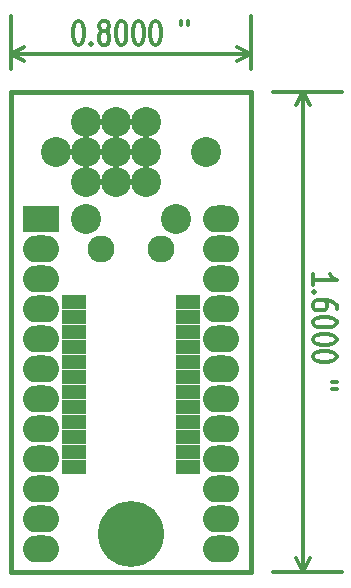
<source format=gts>
G04 (created by PCBNEW-RS274X (2010-05-05 BZR 2356)-stable) date 12/18/10 15:02:47*
G01*
G70*
G90*
%MOIN*%
G04 Gerber Fmt 3.4, Leading zero omitted, Abs format*
%FSLAX34Y34*%
G04 APERTURE LIST*
%ADD10C,0.005000*%
%ADD11C,0.012000*%
%ADD12C,0.015000*%
%ADD13R,0.080000X0.050000*%
%ADD14C,0.100000*%
%ADD15O,0.120000X0.090000*%
%ADD16R,0.120000X0.090000*%
%ADD17C,0.090000*%
%ADD18C,0.220000*%
G04 APERTURE END LIST*
G54D10*
G54D11*
X20065Y-16430D02*
X20065Y-16087D01*
X20065Y-16259D02*
X20865Y-16259D01*
X20751Y-16202D01*
X20675Y-16144D01*
X20637Y-16087D01*
X20141Y-16687D02*
X20103Y-16715D01*
X20065Y-16687D01*
X20103Y-16658D01*
X20141Y-16687D01*
X20065Y-16687D01*
X20865Y-17230D02*
X20865Y-17116D01*
X20827Y-17059D01*
X20789Y-17030D01*
X20675Y-16973D01*
X20522Y-16944D01*
X20218Y-16944D01*
X20141Y-16973D01*
X20103Y-17001D01*
X20065Y-17059D01*
X20065Y-17173D01*
X20103Y-17230D01*
X20141Y-17259D01*
X20218Y-17287D01*
X20408Y-17287D01*
X20484Y-17259D01*
X20522Y-17230D01*
X20560Y-17173D01*
X20560Y-17059D01*
X20522Y-17001D01*
X20484Y-16973D01*
X20408Y-16944D01*
X20865Y-17658D02*
X20865Y-17715D01*
X20827Y-17772D01*
X20789Y-17801D01*
X20713Y-17830D01*
X20560Y-17858D01*
X20370Y-17858D01*
X20218Y-17830D01*
X20141Y-17801D01*
X20103Y-17772D01*
X20065Y-17715D01*
X20065Y-17658D01*
X20103Y-17601D01*
X20141Y-17572D01*
X20218Y-17544D01*
X20370Y-17515D01*
X20560Y-17515D01*
X20713Y-17544D01*
X20789Y-17572D01*
X20827Y-17601D01*
X20865Y-17658D01*
X20865Y-18229D02*
X20865Y-18286D01*
X20827Y-18343D01*
X20789Y-18372D01*
X20713Y-18401D01*
X20560Y-18429D01*
X20370Y-18429D01*
X20218Y-18401D01*
X20141Y-18372D01*
X20103Y-18343D01*
X20065Y-18286D01*
X20065Y-18229D01*
X20103Y-18172D01*
X20141Y-18143D01*
X20218Y-18115D01*
X20370Y-18086D01*
X20560Y-18086D01*
X20713Y-18115D01*
X20789Y-18143D01*
X20827Y-18172D01*
X20865Y-18229D01*
X20865Y-18800D02*
X20865Y-18857D01*
X20827Y-18914D01*
X20789Y-18943D01*
X20713Y-18972D01*
X20560Y-19000D01*
X20370Y-19000D01*
X20218Y-18972D01*
X20141Y-18943D01*
X20103Y-18914D01*
X20065Y-18857D01*
X20065Y-18800D01*
X20103Y-18743D01*
X20141Y-18714D01*
X20218Y-18686D01*
X20370Y-18657D01*
X20560Y-18657D01*
X20713Y-18686D01*
X20789Y-18714D01*
X20827Y-18743D01*
X20865Y-18800D01*
X20865Y-19685D02*
X20713Y-19685D01*
X20865Y-19914D02*
X20713Y-19914D01*
X19749Y-10000D02*
X19749Y-26000D01*
X18750Y-10000D02*
X21029Y-10000D01*
X18750Y-26000D02*
X21029Y-26000D01*
X19749Y-26000D02*
X19519Y-25557D01*
X19749Y-26000D02*
X19979Y-25557D01*
X19749Y-10000D02*
X19519Y-10443D01*
X19749Y-10000D02*
X19979Y-10443D01*
X12230Y-07635D02*
X12287Y-07635D01*
X12344Y-07673D01*
X12373Y-07711D01*
X12402Y-07787D01*
X12430Y-07940D01*
X12430Y-08130D01*
X12402Y-08282D01*
X12373Y-08359D01*
X12344Y-08397D01*
X12287Y-08435D01*
X12230Y-08435D01*
X12173Y-08397D01*
X12144Y-08359D01*
X12116Y-08282D01*
X12087Y-08130D01*
X12087Y-07940D01*
X12116Y-07787D01*
X12144Y-07711D01*
X12173Y-07673D01*
X12230Y-07635D01*
X12687Y-08359D02*
X12715Y-08397D01*
X12687Y-08435D01*
X12658Y-08397D01*
X12687Y-08359D01*
X12687Y-08435D01*
X13059Y-07978D02*
X13001Y-07940D01*
X12973Y-07901D01*
X12944Y-07825D01*
X12944Y-07787D01*
X12973Y-07711D01*
X13001Y-07673D01*
X13059Y-07635D01*
X13173Y-07635D01*
X13230Y-07673D01*
X13259Y-07711D01*
X13287Y-07787D01*
X13287Y-07825D01*
X13259Y-07901D01*
X13230Y-07940D01*
X13173Y-07978D01*
X13059Y-07978D01*
X13001Y-08016D01*
X12973Y-08054D01*
X12944Y-08130D01*
X12944Y-08282D01*
X12973Y-08359D01*
X13001Y-08397D01*
X13059Y-08435D01*
X13173Y-08435D01*
X13230Y-08397D01*
X13259Y-08359D01*
X13287Y-08282D01*
X13287Y-08130D01*
X13259Y-08054D01*
X13230Y-08016D01*
X13173Y-07978D01*
X13658Y-07635D02*
X13715Y-07635D01*
X13772Y-07673D01*
X13801Y-07711D01*
X13830Y-07787D01*
X13858Y-07940D01*
X13858Y-08130D01*
X13830Y-08282D01*
X13801Y-08359D01*
X13772Y-08397D01*
X13715Y-08435D01*
X13658Y-08435D01*
X13601Y-08397D01*
X13572Y-08359D01*
X13544Y-08282D01*
X13515Y-08130D01*
X13515Y-07940D01*
X13544Y-07787D01*
X13572Y-07711D01*
X13601Y-07673D01*
X13658Y-07635D01*
X14229Y-07635D02*
X14286Y-07635D01*
X14343Y-07673D01*
X14372Y-07711D01*
X14401Y-07787D01*
X14429Y-07940D01*
X14429Y-08130D01*
X14401Y-08282D01*
X14372Y-08359D01*
X14343Y-08397D01*
X14286Y-08435D01*
X14229Y-08435D01*
X14172Y-08397D01*
X14143Y-08359D01*
X14115Y-08282D01*
X14086Y-08130D01*
X14086Y-07940D01*
X14115Y-07787D01*
X14143Y-07711D01*
X14172Y-07673D01*
X14229Y-07635D01*
X14800Y-07635D02*
X14857Y-07635D01*
X14914Y-07673D01*
X14943Y-07711D01*
X14972Y-07787D01*
X15000Y-07940D01*
X15000Y-08130D01*
X14972Y-08282D01*
X14943Y-08359D01*
X14914Y-08397D01*
X14857Y-08435D01*
X14800Y-08435D01*
X14743Y-08397D01*
X14714Y-08359D01*
X14686Y-08282D01*
X14657Y-08130D01*
X14657Y-07940D01*
X14686Y-07787D01*
X14714Y-07711D01*
X14743Y-07673D01*
X14800Y-07635D01*
X15685Y-07635D02*
X15685Y-07787D01*
X15914Y-07635D02*
X15914Y-07787D01*
X10000Y-08751D02*
X18000Y-08751D01*
X10000Y-09250D02*
X10000Y-07471D01*
X18000Y-09250D02*
X18000Y-07471D01*
X18000Y-08751D02*
X17557Y-08981D01*
X18000Y-08751D02*
X17557Y-08521D01*
X10000Y-08751D02*
X10443Y-08981D01*
X10000Y-08751D02*
X10443Y-08521D01*
G54D12*
X10000Y-26000D02*
X10000Y-10000D01*
X18000Y-26000D02*
X10000Y-26000D01*
X18000Y-10000D02*
X18000Y-26000D01*
X10000Y-10000D02*
X18000Y-10000D01*
G54D13*
X12100Y-17000D03*
X12100Y-17500D03*
X12100Y-18000D03*
X12100Y-18500D03*
X12100Y-19000D03*
X12100Y-19500D03*
X12100Y-20000D03*
X12100Y-20500D03*
X12100Y-21000D03*
X12100Y-21500D03*
X12100Y-22000D03*
X12100Y-22500D03*
X15900Y-17000D03*
X15900Y-17500D03*
X15900Y-18000D03*
X15900Y-18500D03*
X15900Y-19000D03*
X15900Y-19500D03*
X15900Y-20000D03*
X15900Y-20500D03*
X15900Y-21000D03*
X15900Y-21500D03*
X15900Y-22000D03*
X15900Y-22500D03*
G54D14*
X12500Y-14250D03*
X15500Y-14250D03*
X12500Y-11000D03*
X16500Y-12000D03*
X12500Y-13000D03*
X12500Y-12000D03*
X13500Y-11000D03*
X13500Y-13000D03*
X13500Y-12000D03*
X11500Y-12000D03*
X14500Y-13000D03*
X14500Y-11000D03*
X14500Y-12000D03*
G54D15*
X17000Y-14250D03*
X17000Y-15250D03*
X17000Y-16250D03*
X17000Y-17250D03*
X17000Y-18250D03*
X17000Y-19250D03*
X17000Y-20250D03*
X17000Y-21250D03*
X17000Y-22250D03*
X17000Y-23250D03*
X17000Y-24250D03*
X17000Y-25250D03*
G54D16*
X11000Y-14250D03*
G54D15*
X11000Y-15250D03*
X11000Y-16250D03*
X11000Y-17250D03*
X11000Y-18250D03*
X11000Y-19250D03*
X11000Y-20250D03*
X11000Y-21250D03*
X11000Y-22250D03*
X11000Y-23250D03*
X11000Y-24250D03*
X11000Y-25250D03*
G54D17*
X13000Y-15250D03*
X15000Y-15250D03*
G54D18*
X14000Y-24750D03*
M02*

</source>
